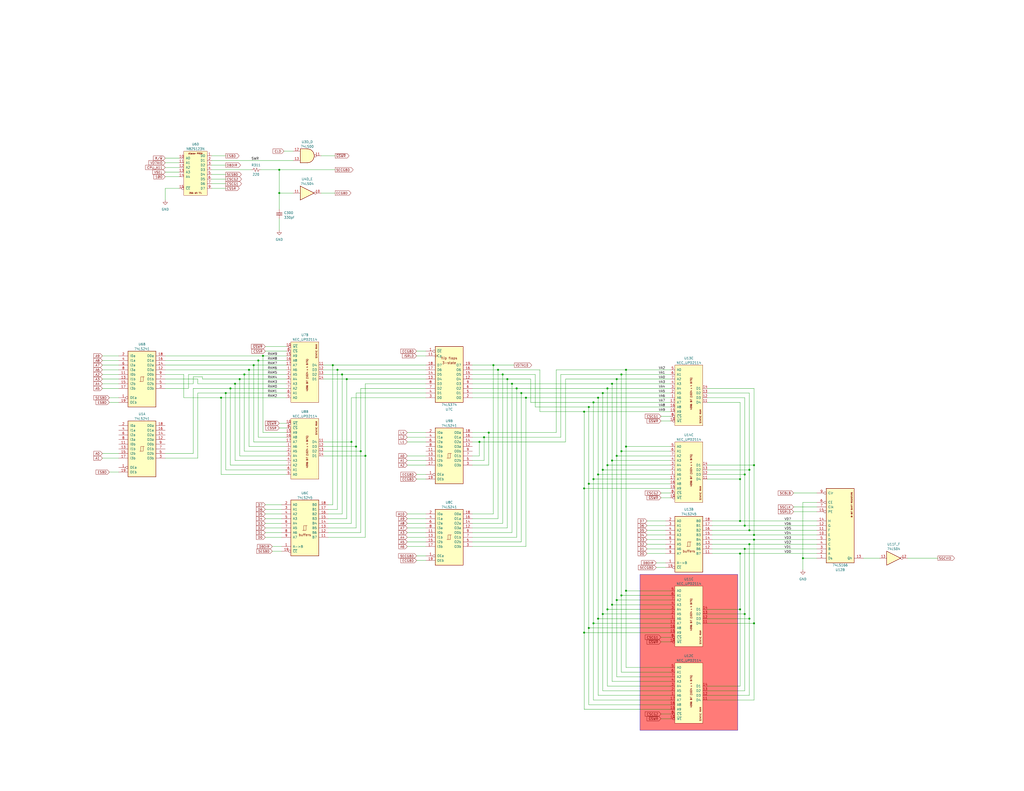
<source format=kicad_sch>
(kicad_sch (version 20231120) (generator "eeschema") (generator_version "8.0")
  (paper "C")
  (title_block (title "Exidy Universal Game Board II") (date "2023-08-31") (company "Anton Gale") (comment 4 "VIDEO RAM CHARACTER GENERATOR & SHIFT REGISTER"))
  (junction (at 269.24 199.39))
  (junction (at 123.19 214.63))
  (junction (at 321.31 264.16))
  (junction (at 152.4 92.71))
  (junction (at 128.27 209.55))
  (junction (at 408.94 337.82))
  (junction (at 140.97 196.85))
  (junction (at 331.47 212.09))
  (junction (at 326.39 217.17))
  (junction (at 284.48 214.63))
  (junction (at 403.86 284.48))
  (junction (at 261.62 241.3))
  (junction (at 334.01 330.2))
  (junction (at 411.48 294.64))
  (junction (at 438.15 304.8))
  (junction (at 328.93 214.63))
  (junction (at 130.81 207.01))
  (junction (at 199.39 248.92))
  (junction (at 411.48 340.36))
  (junction (at 186.69 204.47))
  (junction (at 266.7 236.22))
  (junction (at 339.09 246.38))
  (junction (at 341.63 243.84))
  (junction (at 274.32 204.47))
  (junction (at 403.86 261.62))
  (junction (at 196.85 246.38))
  (junction (at 403.86 332.74))
  (junction (at 341.63 322.58))
  (junction (at 152.4 105.41))
  (junction (at 281.94 212.09))
  (junction (at 408.94 256.54))
  (junction (at 184.15 201.93))
  (junction (at 403.86 302.26))
  (junction (at 191.77 241.3))
  (junction (at 323.85 261.62))
  (junction (at 334.01 209.55))
  (junction (at 323.85 340.36))
  (junction (at 326.39 337.82))
  (junction (at 326.39 259.08))
  (junction (at 406.4 299.72))
  (junction (at 408.94 289.56))
  (junction (at 318.77 266.7))
  (junction (at 135.89 201.93))
  (junction (at 406.4 335.28))
  (junction (at 336.55 207.01))
  (junction (at 336.55 327.66))
  (junction (at 328.93 335.28))
  (junction (at 406.4 259.08))
  (junction (at 323.85 219.71))
  (junction (at 143.51 194.31))
  (junction (at 331.47 254))
  (junction (at 408.94 297.18))
  (junction (at 341.63 201.93))
  (junction (at 271.78 201.93))
  (junction (at 318.77 224.79))
  (junction (at 189.23 207.01))
  (junction (at 411.48 254))
  (junction (at 411.48 292.1))
  (junction (at 194.31 243.84))
  (junction (at 328.93 256.54))
  (junction (at 181.61 199.39))
  (junction (at 331.47 332.74))
  (junction (at 264.16 238.76))
  (junction (at 279.4 209.55))
  (junction (at 276.86 207.01))
  (junction (at 125.73 212.09))
  (junction (at 406.4 287.02))
  (junction (at 287.02 217.17))
  (junction (at 120.65 217.17))
  (junction (at 318.77 345.44))
  (junction (at 334.01 251.46))
  (junction (at 339.09 325.12))
  (junction (at 339.09 204.47))
  (junction (at 321.31 222.25))
  (junction (at 336.55 248.92))
  (junction (at 321.31 342.9))
  (junction (at 138.43 199.39))
  (junction (at 133.35 204.47))
  (wire (pts (xy 406.4 377.19) (xy 406.4 335.28)))
  (wire (pts (xy 365.76 332.74) (xy 331.47 332.74)))
  (wire (pts (xy 403.86 302.26) (xy 403.86 332.74)))
  (wire (pts (xy 406.4 217.17) (xy 406.4 259.08)))
  (wire (pts (xy 341.63 322.58) (xy 341.63 243.84)))
  (wire (pts (xy 406.4 299.72) (xy 406.4 335.28)))
  (wire (pts (xy 222.25 280.67) (xy 232.41 280.67)))
  (wire (pts (xy 144.78 275.59) (xy 153.67 275.59)))
  (wire (pts (xy 160.02 105.41) (xy 152.4 105.41)))
  (wire (pts (xy 334.01 330.2) (xy 334.01 251.46)))
  (wire (pts (xy 156.21 243.84) (xy 135.89 243.84)))
  (wire (pts (xy 328.93 214.63) (xy 365.76 214.63)))
  (wire (pts (xy 438.15 304.8) (xy 438.15 311.15)))
  (wire (pts (xy 144.78 191.77) (xy 156.21 191.77)))
  (wire (pts (xy 284.48 295.91) (xy 284.48 214.63)))
  (wire (pts (xy 222.25 238.76) (xy 232.41 238.76)))
  (wire (pts (xy 130.81 207.01) (xy 156.21 207.01)))
  (wire (pts (xy 107.95 214.63) (xy 123.19 214.63)))
  (wire (pts (xy 55.88 201.93) (xy 64.77 201.93)))
  (wire (pts (xy 323.85 382.27) (xy 323.85 340.36)))
  (wire (pts (xy 257.81 254) (xy 266.7 254)))
  (wire (pts (xy 227.33 303.53) (xy 232.41 303.53)))
  (wire (pts (xy 120.65 259.08) (xy 120.65 217.17)))
  (wire (pts (xy 184.15 201.93) (xy 232.41 201.93)))
  (wire (pts (xy 59.69 219.71) (xy 64.77 219.71)))
  (wire (pts (xy 279.4 290.83) (xy 279.4 209.55)))
  (wire (pts (xy 281.94 212.09) (xy 331.47 212.09)))
  (wire (pts (xy 181.61 199.39) (xy 232.41 199.39)))
  (wire (pts (xy 189.23 283.21) (xy 189.23 207.01)))
  (wire (pts (xy 471.17 304.8) (xy 480.06 304.8)))
  (wire (pts (xy 176.53 246.38) (xy 196.85 246.38)))
  (wire (pts (xy 365.76 382.27) (xy 323.85 382.27)))
  (wire (pts (xy 222.25 293.37) (xy 232.41 293.37)))
  (wire (pts (xy 144.78 288.29) (xy 153.67 288.29)))
  (wire (pts (xy 222.25 288.29) (xy 232.41 288.29)))
  (wire (pts (xy 353.06 284.48) (xy 363.22 284.48)))
  (wire (pts (xy 406.4 287.02) (xy 445.77 287.02)))
  (wire (pts (xy 257.81 280.67) (xy 269.24 280.67)))
  (wire (pts (xy 365.76 369.57) (xy 336.55 369.57)))
  (wire (pts (xy 386.08 379.73) (xy 408.94 379.73)))
  (wire (pts (xy 90.17 96.52) (xy 97.79 96.52)))
  (wire (pts (xy 179.07 275.59) (xy 181.61 275.59)))
  (wire (pts (xy 321.31 384.81) (xy 321.31 342.9)))
  (wire (pts (xy 386.08 377.19) (xy 406.4 377.19)))
  (wire (pts (xy 365.76 254) (xy 331.47 254)))
  (wire (pts (xy 353.06 297.18) (xy 363.22 297.18)))
  (wire (pts (xy 386.08 340.36) (xy 411.48 340.36)))
  (wire (pts (xy 125.73 212.09) (xy 156.21 212.09)))
  (wire (pts (xy 411.48 254) (xy 411.48 292.1)))
  (wire (pts (xy 365.76 372.11) (xy 334.01 372.11)))
  (wire (pts (xy 135.89 201.93) (xy 156.21 201.93)))
  (wire (pts (xy 365.76 345.44) (xy 318.77 345.44)))
  (wire (pts (xy 336.55 327.66) (xy 336.55 248.92)))
  (wire (pts (xy 323.85 340.36) (xy 323.85 261.62)))
  (wire (pts (xy 406.4 259.08) (xy 406.4 287.02)))
  (wire (pts (xy 365.76 367.03) (xy 339.09 367.03)))
  (wire (pts (xy 90.17 199.39) (xy 138.43 199.39)))
  (wire (pts (xy 156.21 246.38) (xy 133.35 246.38)))
  (wire (pts (xy 365.76 337.82) (xy 326.39 337.82)))
  (wire (pts (xy 227.33 306.07) (xy 232.41 306.07)))
  (wire (pts (xy 386.08 337.82) (xy 408.94 337.82)))
  (wire (pts (xy 365.76 322.58) (xy 341.63 322.58)))
  (wire (pts (xy 271.78 283.21) (xy 271.78 201.93)))
  (wire (pts (xy 321.31 264.16) (xy 321.31 222.25)))
  (wire (pts (xy 264.16 238.76) (xy 306.07 238.76)))
  (wire (pts (xy 388.62 294.64) (xy 411.48 294.64)))
  (wire (pts (xy 97.79 91.44) (xy 90.17 91.44)))
  (wire (pts (xy 90.17 209.55) (xy 105.41 209.55)))
  (wire (pts (xy 287.02 217.17) (xy 326.39 217.17)))
  (wire (pts (xy 353.06 292.1) (xy 363.22 292.1)))
  (wire (pts (xy 125.73 254) (xy 125.73 212.09)))
  (wire (pts (xy 264.16 251.46) (xy 264.16 238.76)))
  (wire (pts (xy 148.59 300.99) (xy 153.67 300.99)))
  (wire (pts (xy 152.4 231.14) (xy 156.21 231.14)))
  (wire (pts (xy 386.08 212.09) (xy 411.48 212.09)))
  (wire (pts (xy 115.57 102.87) (xy 123.19 102.87)))
  (wire (pts (xy 365.76 330.2) (xy 334.01 330.2)))
  (wire (pts (xy 128.27 251.46) (xy 128.27 209.55)))
  (wire (pts (xy 179.07 280.67) (xy 186.69 280.67)))
  (wire (pts (xy 257.81 209.55) (xy 279.4 209.55)))
  (wire (pts (xy 339.09 325.12) (xy 339.09 246.38)))
  (wire (pts (xy 55.88 204.47) (xy 64.77 204.47)))
  (wire (pts (xy 105.41 205.74) (xy 110.49 205.74)))
  (wire (pts (xy 257.81 214.63) (xy 284.48 214.63)))
  (wire (pts (xy 388.62 297.18) (xy 408.94 297.18)))
  (wire (pts (xy 123.19 256.54) (xy 123.19 214.63)))
  (wire (pts (xy 128.27 209.55) (xy 156.21 209.55)))
  (wire (pts (xy 194.31 243.84) (xy 194.31 214.63)))
  (wire (pts (xy 281.94 293.37) (xy 281.94 212.09)))
  (wire (pts (xy 154.94 82.55) (xy 160.02 82.55)))
  (wire (pts (xy 115.57 95.25) (xy 123.19 95.25)))
  (wire (pts (xy 386.08 261.62) (xy 403.86 261.62)))
  (wire (pts (xy 90.17 247.65) (xy 105.41 247.65)))
  (wire (pts (xy 156.21 256.54) (xy 123.19 256.54)))
  (wire (pts (xy 222.25 254) (xy 232.41 254)))
  (wire (pts (xy 257.81 201.93) (xy 271.78 201.93)))
  (wire (pts (xy 191.77 241.3) (xy 176.53 241.3)))
  (wire (pts (xy 360.68 227.33) (xy 365.76 227.33)))
  (wire (pts (xy 55.88 199.39) (xy 64.77 199.39)))
  (wire (pts (xy 133.35 204.47) (xy 156.21 204.47)))
  (wire (pts (xy 138.43 199.39) (xy 156.21 199.39)))
  (wire (pts (xy 90.17 196.85) (xy 140.97 196.85)))
  (wire (pts (xy 318.77 224.79) (xy 365.76 224.79)))
  (wire (pts (xy 386.08 335.28) (xy 406.4 335.28)))
  (wire (pts (xy 365.76 264.16) (xy 321.31 264.16)))
  (wire (pts (xy 289.56 207.01) (xy 289.56 219.71)))
  (wire (pts (xy 353.06 302.26) (xy 363.22 302.26)))
  (wire (pts (xy 257.81 241.3) (xy 261.62 241.3)))
  (wire (pts (xy 261.62 248.92) (xy 261.62 241.3)))
  (wire (pts (xy 55.88 207.01) (xy 64.77 207.01)))
  (wire (pts (xy 408.94 297.18) (xy 445.77 297.18)))
  (wire (pts (xy 388.62 302.26) (xy 403.86 302.26)))
  (wire (pts (xy 269.24 199.39) (xy 280.67 199.39)))
  (wire (pts (xy 222.25 298.45) (xy 232.41 298.45)))
  (wire (pts (xy 184.15 278.13) (xy 184.15 201.93)))
  (wire (pts (xy 144.78 283.21) (xy 153.67 283.21)))
  (wire (pts (xy 326.39 259.08) (xy 326.39 217.17)))
  (wire (pts (xy 328.93 256.54) (xy 328.93 214.63)))
  (wire (pts (xy 55.88 196.85) (xy 64.77 196.85)))
  (wire (pts (xy 411.48 212.09) (xy 411.48 254)))
  (wire (pts (xy 110.49 205.74) (xy 110.49 207.01)))
  (wire (pts (xy 115.57 92.71) (xy 137.16 92.71)))
  (wire (pts (xy 294.64 224.79) (xy 294.64 201.93)))
  (wire (pts (xy 257.81 212.09) (xy 281.94 212.09)))
  (wire (pts (xy 181.61 275.59) (xy 181.61 199.39)))
  (wire (pts (xy 222.25 295.91) (xy 232.41 295.91)))
  (wire (pts (xy 199.39 209.55) (xy 232.41 209.55)))
  (wire (pts (xy 55.88 247.65) (xy 64.77 247.65)))
  (wire (pts (xy 257.81 295.91) (xy 284.48 295.91)))
  (wire (pts (xy 144.78 290.83) (xy 153.67 290.83)))
  (wire (pts (xy 386.08 332.74) (xy 403.86 332.74)))
  (wire (pts (xy 358.14 309.88) (xy 363.22 309.88)))
  (wire (pts (xy 360.68 229.87) (xy 365.76 229.87)))
  (wire (pts (xy 176.53 248.92) (xy 199.39 248.92)))
  (wire (pts (xy 388.62 292.1) (xy 411.48 292.1)))
  (wire (pts (xy 334.01 372.11) (xy 334.01 330.2)))
  (wire (pts (xy 341.63 201.93) (xy 365.76 201.93)))
  (wire (pts (xy 133.35 246.38) (xy 133.35 204.47)))
  (wire (pts (xy 156.21 254) (xy 125.73 254)))
  (wire (pts (xy 360.68 392.43) (xy 365.76 392.43)))
  (wire (pts (xy 386.08 256.54) (xy 408.94 256.54)))
  (wire (pts (xy 411.48 292.1) (xy 445.77 292.1)))
  (wire (pts (xy 257.81 290.83) (xy 279.4 290.83)))
  (wire (pts (xy 257.81 207.01) (xy 276.86 207.01)))
  (wire (pts (xy 403.86 219.71) (xy 403.86 261.62)))
  (wire (pts (xy 433.07 276.86) (xy 445.77 276.86)))
  (wire (pts (xy 189.23 207.01) (xy 232.41 207.01)))
  (wire (pts (xy 331.47 212.09) (xy 365.76 212.09)))
  (wire (pts (xy 365.76 251.46) (xy 334.01 251.46)))
  (wire (pts (xy 179.07 283.21) (xy 189.23 283.21)))
  (wire (pts (xy 55.88 194.31) (xy 64.77 194.31)))
  (wire (pts (xy 341.63 364.49) (xy 341.63 322.58)))
  (wire (pts (xy 90.17 204.47) (xy 100.33 204.47)))
  (wire (pts (xy 257.81 251.46) (xy 264.16 251.46)))
  (wire (pts (xy 140.97 196.85) (xy 156.21 196.85)))
  (wire (pts (xy 308.61 241.3) (xy 308.61 207.01)))
  (wire (pts (xy 115.57 100.33) (xy 123.19 100.33)))
  (wire (pts (xy 135.89 201.93) (xy 135.89 243.84)))
  (wire (pts (xy 90.17 102.87) (xy 97.79 102.87)))
  (wire (pts (xy 261.62 241.3) (xy 308.61 241.3)))
  (wire (pts (xy 386.08 217.17) (xy 406.4 217.17)))
  (wire (pts (xy 100.33 217.17) (xy 120.65 217.17)))
  (wire (pts (xy 257.81 238.76) (xy 264.16 238.76)))
  (wire (pts (xy 403.86 284.48) (xy 445.77 284.48)))
  (wire (pts (xy 222.25 236.22) (xy 232.41 236.22)))
  (wire (pts (xy 294.64 201.93) (xy 271.78 201.93)))
  (wire (pts (xy 97.79 93.98) (xy 90.17 93.98)))
  (wire (pts (xy 318.77 387.35) (xy 318.77 345.44)))
  (wire (pts (xy 411.48 294.64) (xy 411.48 340.36)))
  (wire (pts (xy 289.56 219.71) (xy 323.85 219.71)))
  (wire (pts (xy 199.39 293.37) (xy 199.39 248.92)))
  (wire (pts (xy 318.77 345.44) (xy 318.77 266.7)))
  (wire (pts (xy 186.69 204.47) (xy 232.41 204.47)))
  (wire (pts (xy 115.57 85.09) (xy 123.19 85.09)))
  (wire (pts (xy 269.24 199.39) (xy 269.24 280.67)))
  (wire (pts (xy 365.76 335.28) (xy 328.93 335.28)))
  (wire (pts (xy 341.63 243.84) (xy 341.63 201.93)))
  (wire (pts (xy 257.81 285.75) (xy 274.32 285.75)))
  (wire (pts (xy 276.86 207.01) (xy 289.56 207.01)))
  (wire (pts (xy 360.68 347.98) (xy 365.76 347.98)))
  (wire (pts (xy 100.33 204.47) (xy 100.33 217.17)))
  (wire (pts (xy 318.77 266.7) (xy 318.77 224.79)))
  (wire (pts (xy 105.41 247.65) (xy 105.41 212.09)))
  (wire (pts (xy 365.76 248.92) (xy 336.55 248.92)))
  (wire (pts (xy 257.81 248.92) (xy 261.62 248.92)))
  (wire (pts (xy 152.4 105.41) (xy 152.4 114.3)))
  (wire (pts (xy 353.06 294.64) (xy 363.22 294.64)))
  (wire (pts (xy 130.81 248.92) (xy 130.81 207.01)))
  (wire (pts (xy 386.08 382.27) (xy 411.48 382.27)))
  (wire (pts (xy 222.25 251.46) (xy 232.41 251.46)))
  (wire (pts (xy 445.77 274.32) (xy 438.15 274.32)))
  (wire (pts (xy 365.76 243.84) (xy 341.63 243.84)))
  (wire (pts (xy 411.48 382.27) (xy 411.48 340.36)))
  (wire (pts (xy 279.4 209.55) (xy 334.01 209.55)))
  (wire (pts (xy 339.09 367.03) (xy 339.09 325.12)))
  (wire (pts (xy 107.95 209.55) (xy 128.27 209.55)))
  (wire (pts (xy 257.81 288.29) (xy 276.86 288.29)))
  (wire (pts (xy 227.33 191.77) (xy 232.41 191.77)))
  (wire (pts (xy 143.51 194.31) (xy 156.21 194.31)))
  (wire (pts (xy 292.1 222.25) (xy 321.31 222.25)))
  (wire (pts (xy 408.94 297.18) (xy 408.94 337.82)))
  (wire (pts (xy 438.15 274.32) (xy 438.15 304.8)))
  (wire (pts (xy 90.17 194.31) (xy 143.51 194.31)))
  (wire (pts (xy 142.24 92.71) (xy 152.4 92.71)))
  (wire (pts (xy 408.94 214.63) (xy 408.94 256.54)))
  (wire (pts (xy 152.4 119.38) (xy 152.4 125.73)))
  (wire (pts (xy 222.25 241.3) (xy 232.41 241.3)))
  (wire (pts (xy 227.33 259.08) (xy 232.41 259.08)))
  (wire (pts (xy 90.17 207.01) (xy 107.95 207.01)))
  (wire (pts (xy 152.4 233.68) (xy 156.21 233.68)))
  (wire (pts (xy 144.78 278.13) (xy 153.67 278.13)))
  (wire (pts (xy 175.26 105.41) (xy 182.88 105.41)))
  (wire (pts (xy 388.62 289.56) (xy 408.94 289.56)))
  (wire (pts (xy 336.55 369.57) (xy 336.55 327.66)))
  (wire (pts (xy 257.81 236.22) (xy 266.7 236.22)))
  (wire (pts (xy 176.53 204.47) (xy 186.69 204.47)))
  (wire (pts (xy 266.7 236.22) (xy 303.53 236.22)))
  (wire (pts (xy 90.17 250.19) (xy 107.95 250.19)))
  (wire (pts (xy 360.68 350.52) (xy 365.76 350.52)))
  (wire (pts (xy 274.32 204.47) (xy 257.81 204.47)))
  (wire (pts (xy 388.62 287.02) (xy 406.4 287.02)))
  (wire (pts (xy 115.57 90.17) (xy 123.19 90.17)))
  (wire (pts (xy 403.86 374.65) (xy 403.86 332.74)))
  (wire (pts (xy 408.94 256.54) (xy 408.94 289.56)))
  (wire (pts (xy 179.07 278.13) (xy 184.15 278.13)))
  (wire (pts (xy 365.76 384.81) (xy 321.31 384.81)))
  (wire (pts (xy 156.21 251.46) (xy 128.27 251.46)))
  (wire (pts (xy 55.88 209.55) (xy 64.77 209.55)))
  (wire (pts (xy 365.76 342.9) (xy 321.31 342.9)))
  (wire (pts (xy 321.31 342.9) (xy 321.31 264.16)))
  (wire (pts (xy 386.08 254) (xy 411.48 254)))
  (wire (pts (xy 331.47 254) (xy 331.47 212.09)))
  (wire (pts (xy 156.21 248.92) (xy 130.81 248.92)))
  (wire (pts (xy 292.1 204.47) (xy 274.32 204.47)))
  (wire (pts (xy 102.87 204.47) (xy 133.35 204.47)))
  (wire (pts (xy 144.78 189.23) (xy 156.21 189.23)))
  (wire (pts (xy 328.93 335.28) (xy 328.93 256.54)))
  (wire (pts (xy 365.76 325.12) (xy 339.09 325.12)))
  (wire (pts (xy 365.76 374.65) (xy 331.47 374.65)))
  (wire (pts (xy 59.69 257.81) (xy 64.77 257.81)))
  (wire (pts (xy 232.41 217.17) (xy 191.77 217.17)))
  (wire (pts (xy 386.08 219.71) (xy 403.86 219.71)))
  (wire (pts (xy 365.76 261.62) (xy 323.85 261.62)))
  (wire (pts (xy 222.25 248.92) (xy 232.41 248.92)))
  (wire (pts (xy 179.07 285.75) (xy 191.77 285.75)))
  (wire (pts (xy 138.43 241.3) (xy 138.43 199.39)))
  (wire (pts (xy 143.51 236.22) (xy 143.51 194.31)))
  (wire (pts (xy 179.07 290.83) (xy 196.85 290.83)))
  (wire (pts (xy 406.4 299.72) (xy 445.77 299.72)))
  (wire (pts (xy 388.62 284.48) (xy 403.86 284.48)))
  (wire (pts (xy 334.01 209.55) (xy 365.76 209.55)))
  (wire (pts (xy 365.76 246.38) (xy 339.09 246.38)))
  (wire (pts (xy 222.25 283.21) (xy 232.41 283.21)))
  (wire (pts (xy 191.77 285.75) (xy 191.77 241.3)))
  (wire (pts (xy 115.57 97.79) (xy 123.19 97.79)))
  (wire (pts (xy 386.08 259.08) (xy 406.4 259.08)))
  (wire (pts (xy 388.62 299.72) (xy 406.4 299.72)))
  (wire (pts (xy 303.53 201.93) (xy 341.63 201.93)))
  (wire (pts (xy 110.49 207.01) (xy 130.81 207.01)))
  (wire (pts (xy 353.06 299.72) (xy 363.22 299.72)))
  (wire (pts (xy 360.68 271.78) (xy 365.76 271.78)))
  (wire (pts (xy 90.17 212.09) (xy 102.87 212.09)))
  (wire (pts (xy 408.94 379.73) (xy 408.94 337.82)))
  (wire (pts (xy 194.31 288.29) (xy 194.31 243.84)))
  (wire (pts (xy 257.81 298.45) (xy 287.02 298.45)))
  (wire (pts (xy 331.47 332.74) (xy 331.47 254)))
  (wire (pts (xy 102.87 212.09) (xy 102.87 204.47)))
  (wire (pts (xy 97.79 88.9) (xy 90.17 88.9)))
  (wire (pts (xy 334.01 251.46) (xy 334.01 209.55)))
  (wire (pts (xy 199.39 248.92) (xy 199.39 209.55)))
  (wire (pts (xy 176.53 199.39) (xy 181.61 199.39)))
  (wire (pts (xy 59.69 217.17) (xy 64.77 217.17)))
  (wire (pts (xy 308.61 207.01) (xy 336.55 207.01)))
  (wire (pts (xy 360.68 269.24) (xy 365.76 269.24)))
  (wire (pts (xy 336.55 207.01) (xy 365.76 207.01)))
  (wire (pts (xy 411.48 294.64) (xy 445.77 294.64)))
  (wire (pts (xy 365.76 379.73) (xy 326.39 379.73)))
  (wire (pts (xy 152.4 92.71) (xy 182.88 92.71)))
  (wire (pts (xy 353.06 289.56) (xy 363.22 289.56)))
  (wire (pts (xy 445.77 304.8) (xy 438.15 304.8)))
  (wire (pts (xy 266.7 254) (xy 266.7 236.22)))
  (wire (pts (xy 365.76 259.08) (xy 326.39 259.08)))
  (wire (pts (xy 386.08 214.63) (xy 408.94 214.63)))
  (wire (pts (xy 55.88 212.09) (xy 64.77 212.09)))
  (wire (pts (xy 495.3 304.8) (xy 511.81 304.8)))
  (wire (pts (xy 339.09 204.47) (xy 365.76 204.47)))
  (wire (pts (xy 274.32 285.75) (xy 274.32 204.47)))
  (wire (pts (xy 144.78 280.67) (xy 153.67 280.67)))
  (wire (pts (xy 257.81 199.39) (xy 269.24 199.39)))
  (wire (pts (xy 156.21 236.22) (xy 143.51 236.22)))
  (wire (pts (xy 403.86 261.62) (xy 403.86 284.48)))
  (wire (pts (xy 365.76 387.35) (xy 318.77 387.35)))
  (wire (pts (xy 287.02 298.45) (xy 287.02 217.17)))
  (wire (pts (xy 257.81 293.37) (xy 281.94 293.37)))
  (wire (pts (xy 176.53 243.84) (xy 194.31 243.84)))
  (wire (pts (xy 97.79 86.36) (xy 90.17 86.36)))
  (wire (pts (xy 107.95 250.19) (xy 107.95 214.63)))
  (wire (pts (xy 123.19 214.63) (xy 156.21 214.63)))
  (wire (pts (xy 179.07 293.37) (xy 199.39 293.37)))
  (wire (pts (xy 257.81 283.21) (xy 271.78 283.21)))
  (wire (pts (xy 120.65 217.17) (xy 156.21 217.17)))
  (wire (pts (xy 222.25 285.75) (xy 232.41 285.75)))
  (wire (pts (xy 196.85 246.38) (xy 196.85 212.09)))
  (wire (pts (xy 55.88 250.19) (xy 64.77 250.19)))
  (wire (pts (xy 326.39 379.73) (xy 326.39 337.82)))
  (wire (pts (xy 360.68 389.89) (xy 365.76 389.89)))
  (wire (pts (xy 433.07 279.4) (xy 445.77 279.4)))
  (wire (pts (xy 148.59 298.45) (xy 153.67 298.45)))
  (wire (pts (xy 179.07 288.29) (xy 194.31 288.29)))
  (wire (pts (xy 328.93 377.19) (xy 328.93 335.28)))
  (wire (pts (xy 175.26 85.09) (xy 182.88 85.09)))
  (wire (pts (xy 196.85 212.09) (xy 232.41 212.09)))
  (wire (pts (xy 115.57 87.63) (xy 160.02 87.63)))
  (wire (pts (xy 323.85 261.62) (xy 323.85 219.71)))
  (wire (pts (xy 107.95 207.01) (xy 107.95 209.55)))
  (wire (pts (xy 257.81 217.17) (xy 287.02 217.17)))
  (wire (pts (xy 306.07 238.76) (xy 306.07 204.47)))
  (wire (pts (xy 284.48 214.63) (xy 328.93 214.63)))
  (wire (pts (xy 365.76 364.49) (xy 341.63 364.49)))
  (wire (pts (xy 365.76 266.7) (xy 318.77 266.7)))
  (wire (pts (xy 365.76 327.66) (xy 336.55 327.66)))
  (wire (pts (xy 433.07 269.24) (xy 445.77 269.24)))
  (wire (pts (xy 326.39 337.82) (xy 326.39 259.08)))
  (wire (pts (xy 403.86 302.26) (xy 445.77 302.26)))
  (wire (pts (xy 140.97 238.76) (xy 140.97 196.85)))
  (wire (pts (xy 194.31 214.63) (xy 232.41 214.63)))
  (wire (pts (xy 326.39 217.17) (xy 365.76 217.17)))
  (wire (pts (xy 386.08 374.65) (xy 403.86 374.65)))
  (wire (pts (xy 156.21 259.08) (xy 120.65 259.08)))
  (wire (pts (xy 105.41 212.09) (xy 125.73 212.09)))
  (wire (pts (xy 227.33 261.62) (xy 232.41 261.62)))
  (wire (pts (xy 227.33 194.31) (xy 232.41 194.31)))
  (wire (pts (xy 353.06 287.02) (xy 363.22 287.02)))
  (wire (pts (xy 191.77 217.17) (xy 191.77 241.3)))
  (wire (pts (xy 323.85 219.71) (xy 365.76 219.71)))
  (wire (pts (xy 365.76 377.19) (xy 328.93 377.19)))
  (wire (pts (xy 176.53 201.93) (xy 184.15 201.93)))
  (wire (pts (xy 358.14 307.34) (xy 363.22 307.34)))
  (wire (pts (xy 144.78 285.75) (xy 153.67 285.75)))
  (wire (pts (xy 339.09 246.38) (xy 339.09 204.47)))
  (wire (pts (xy 90.17 201.93) (xy 135.89 201.93)))
  (wire (pts (xy 321.31 222.25) (xy 365.76 222.25)))
  (wire (pts (xy 336.55 207.01) (xy 336.55 248.92)))
  (wire (pts (xy 365.76 256.54) (xy 328.93 256.54)))
  (wire (pts (xy 276.86 288.29) (xy 276.86 207.01)))
  (wire (pts (xy 196.85 290.83) (xy 196.85 246.38)))
  (wire (pts (xy 156.21 241.3) (xy 138.43 241.3)))
  (wire (pts (xy 306.07 204.47) (xy 339.09 204.47)))
  (wire (pts (xy 408.94 289.56) (xy 445.77 289.56)))
  (wire (pts (xy 365.76 340.36) (xy 323.85 340.36)))
  (wire (pts (xy 292.1 222.25) (xy 292.1 204.47)))
  (wire (pts (xy 294.64 224.79) (xy 318.77 224.79)))
  (wire (pts (xy 222.25 290.83) (xy 232.41 290.83)))
  (wire (pts (xy 152.4 105.41) (xy 152.4 92.71)))
  (wire (pts (xy 90.17 102.87) (xy 90.17 109.22)))
  (wire (pts (xy 186.69 280.67) (xy 186.69 204.47)))
  (wire (pts (xy 144.78 293.37) (xy 153.67 293.37)))
  (wire (pts (xy 303.53 236.22) (xy 303.53 201.93)))
  (wire (pts (xy 156.21 238.76) (xy 140.97 238.76)))
  (wire (pts (xy 331.47 374.65) (xy 331.47 332.74)))
  (wire (pts (xy 105.41 209.55) (xy 105.41 205.74)))
  (wire (pts (xy 176.53 207.01) (xy 189.23 207.01)))
  (rectangle (start 349.25 313.69) (end 402.59 398.78) (fill (type color) (color 255 41 36 0.61)))
  (label "VD5" (at 428.0328 289.56 0))
  (label "VD2" (at 427.99 297.18 0))
  (label "VA6" (at 359.41 217.17 0))
  (label "VA8" (at 359.41 222.25 0))
  (label "RAM6" (at 146.05 201.93 0))
  (label "VA4" (at 359.41 212.09 0))
  (label "VA7" (at 359.41 219.71 0))
  (label "RAM0" (at 146.05 212.09 0))
  (label "VA0" (at 359.41 207.01 0))
  (label "RAM8" (at 146.05 196.85 0))
  (label "VA2" (at 359.41 201.93 0))
  (label "VD0" (at 427.99 302.26 0))
  (label "VD1" (at 427.99 299.72 0))
  (label "RAM7" (at 146.05 199.39 0))
  (label "VD3" (at 427.99 294.64 0))
  (label "SWR" (at 137.16 87.63 0))
  (label "VA3" (at 359.41 209.55 0))
  (label "RAM4" (at 146.05 207.01 0))
  (label "RAM3" (at 146.05 209.55 0))
  (label "VA5" (at 359.41 214.63 0))
  (label "RAM1" (at 146.05 214.63 0))
  (label "RAM5" (at 146.05 204.47 0))
  (label "VA9" (at 359.41 224.79 0))
  (label "RAM2" (at 146.05 217.17 0))
  (label "VD6" (at 427.99 287.02 0))
  (label "VD7" (at 427.99 284.48 0))
  (label "VA1" (at 359.41 204.47 0))
  (label "VD4" (at 427.99 292.1 0))
  (label "RAM9" (at 146.05 194.31 0))
  (global_label "ECGBD" (shape input) (at 227.33 259.08 180) (property "Intersheetrefs" "${INTERSHEET_REFS}" (effects (hide yes))))
  (global_label "A1" (shape input) (at 222.25 251.46 180) (property "Intersheetrefs" "${INTERSHEET_REFS}" (effects (hide yes))))
  (global_label "5ECGBD" (shape input) (at 227.33 303.53 180) (property "Intersheetrefs" "${INTERSHEET_REFS}" (effects (hide yes))))
  (global_label "R{slash}~{W}" (shape input) (at 90.17 86.36 180) (property "Intersheetrefs" "${INTERSHEET_REFS}" (effects (hide yes))))
  (global_label "A4" (shape input) (at 55.88 209.55 180) (property "Intersheetrefs" "${INTERSHEET_REFS}" (effects (hide yes))))
  (global_label "5ESBD" (shape output) (at 123.19 95.25 0) (property "Intersheetrefs" "${INTERSHEET_REFS}" (effects (hide yes))))
  (global_label "5ECGBD" (shape output) (at 182.88 92.71 0) (property "Intersheetrefs" "${INTERSHEET_REFS}" (effects (hide yes))))
  (global_label "A4" (shape input) (at 222.25 293.37 180) (property "Intersheetrefs" "${INTERSHEET_REFS}" (effects (hide yes))))
  (global_label "ESBD" (shape input) (at 59.69 257.81 180) (property "Intersheetrefs" "${INTERSHEET_REFS}" (effects (hide yes))))
  (global_label "D3" (shape input) (at 353.06 294.64 180) (property "Intersheetrefs" "${INTERSHEET_REFS}" (effects (hide yes))))
  (global_label "D4" (shape input) (at 353.06 292.1 180) (property "Intersheetrefs" "${INTERSHEET_REFS}" (effects (hide yes))))
  (global_label "ESBD" (shape input) (at 59.69 219.71 180) (property "Intersheetrefs" "${INTERSHEET_REFS}" (effects (hide yes))))
  (global_label "DBDIR" (shape output) (at 123.19 90.17 0) (property "Intersheetrefs" "${INTERSHEET_REFS}" (effects (hide yes))))
  (global_label "A7" (shape input) (at 222.25 288.29 180) (property "Intersheetrefs" "${INTERSHEET_REFS}" (effects (hide yes))))
  (global_label "CPU_A11" (shape input) (at 90.17 91.44 180) (property "Intersheetrefs" "${INTERSHEET_REFS}" (effects (hide yes))))
  (global_label "A2" (shape input) (at 222.25 254 180) (property "Intersheetrefs" "${INTERSHEET_REFS}" (effects (hide yes))))
  (global_label "A1" (shape input) (at 55.88 250.19 180) (property "Intersheetrefs" "${INTERSHEET_REFS}" (effects (hide yes))))
  (global_label "D6" (shape input) (at 144.78 278.13 180) (property "Intersheetrefs" "${INTERSHEET_REFS}" (effects (hide yes))))
  (global_label "D2" (shape input) (at 144.78 288.29 180) (property "Intersheetrefs" "${INTERSHEET_REFS}" (effects (hide yes))))
  (global_label "~{GSWR}" (shape input) (at 360.68 271.78 180) (property "Intersheetrefs" "${INTERSHEET_REFS}" (effects (hide yes))))
  (global_label "A9" (shape input) (at 222.25 283.21 180) (property "Intersheetrefs" "${INTERSHEET_REFS}" (effects (hide yes))))
  (global_label "L1" (shape input) (at 222.25 241.3 180) (property "Intersheetrefs" "${INTERSHEET_REFS}" (effects (hide yes))))
  (global_label "A0" (shape input) (at 222.25 248.92 180) (property "Intersheetrefs" "${INTERSHEET_REFS}" (effects (hide yes))))
  (global_label "CSSR" (shape input) (at 152.4 233.68 180) (property "Intersheetrefs" "${INTERSHEET_REFS}" (effects (hide yes))))
  (global_label "~{GSWR}" (shape input) (at 360.68 229.87 180) (property "Intersheetrefs" "${INTERSHEET_REFS}" (effects (hide yes))))
  (global_label "D4" (shape input) (at 144.78 283.21 180) (property "Intersheetrefs" "${INTERSHEET_REFS}" (effects (hide yes))))
  (global_label "5SCLK" (shape input) (at 433.07 276.86 180) (property "Intersheetrefs" "${INTERSHEET_REFS}" (effects (hide yes))))
  (global_label "~{GSWR}" (shape input) (at 360.68 350.52 180) (property "Intersheetrefs" "${INTERSHEET_REFS}" (effects (hide yes))))
  (global_label "5ESBD" (shape input) (at 59.69 217.17 180) (property "Intersheetrefs" "${INTERSHEET_REFS}" (effects (hide yes))))
  (global_label "CSSR" (shape output) (at 123.19 102.87 0) (property "Intersheetrefs" "${INTERSHEET_REFS}" (effects (hide yes))))
  (global_label "5SRLD" (shape input) (at 433.07 279.4 180) (property "Intersheetrefs" "${INTERSHEET_REFS}" (effects (hide yes))))
  (global_label "5ESBD" (shape input) (at 148.59 300.99 180) (property "Intersheetrefs" "${INTERSHEET_REFS}" (effects (hide yes))))
  (global_label "ECGBD" (shape input) (at 227.33 191.77 180) (property "Intersheetrefs" "${INTERSHEET_REFS}" (effects (hide yes))))
  (global_label "A9" (shape input) (at 55.88 194.31 180) (property "Intersheetrefs" "${INTERSHEET_REFS}" (effects (hide yes))))
  (global_label "~{GSWR}" (shape input) (at 360.68 392.43 180) (property "Intersheetrefs" "${INTERSHEET_REFS}" (effects (hide yes))))
  (global_label "D2" (shape input) (at 353.06 297.18 180) (property "Intersheetrefs" "${INTERSHEET_REFS}" (effects (hide yes))))
  (global_label "~{GSWR}" (shape input) (at 152.4 231.14 180) (property "Intersheetrefs" "${INTERSHEET_REFS}" (effects (hide yes))))
  (global_label "ISRLD" (shape input) (at 227.33 194.31 180) (property "Intersheetrefs" "${INTERSHEET_REFS}" (effects (hide yes))))
  (global_label "DBDIR" (shape input) (at 148.59 298.45 180) (property "Intersheetrefs" "${INTERSHEET_REFS}" (effects (hide yes))))
  (global_label "VD7A10" (shape output) (at 280.67 199.39 0) (property "Intersheetrefs" "${INTERSHEET_REFS}" (effects (hide yes))))
  (global_label "VD7AIO" (shape input) (at 90.17 88.9 180) (property "Intersheetrefs" "${INTERSHEET_REFS}" (effects (hide yes))))
  (global_label "~{GSWR}" (shape output) (at 182.88 85.09 0) (property "Intersheetrefs" "${INTERSHEET_REFS}" (effects (hide yes))))
  (global_label "D1" (shape input) (at 144.78 290.83 180) (property "Intersheetrefs" "${INTERSHEET_REFS}" (effects (hide yes))))
  (global_label "CSCG1" (shape input) (at 360.68 347.98 180) (property "Intersheetrefs" "${INTERSHEET_REFS}" (effects (hide yes))))
  (global_label "D7" (shape input) (at 353.06 284.48 180) (property "Intersheetrefs" "${INTERSHEET_REFS}" (effects (hide yes))))
  (global_label "A6" (shape input) (at 55.88 201.93 180) (property "Intersheetrefs" "${INTERSHEET_REFS}" (effects (hide yes))))
  (global_label "A0" (shape input) (at 55.88 247.65 180) (property "Intersheetrefs" "${INTERSHEET_REFS}" (effects (hide yes))))
  (global_label "CSSR" (shape input) (at 144.78 191.77 180) (property "Intersheetrefs" "${INTERSHEET_REFS}" (effects (hide yes))))
  (global_label "CSCG2" (shape input) (at 360.68 389.89 180) (property "Intersheetrefs" "${INTERSHEET_REFS}" (effects (hide yes))))
  (global_label "L4" (shape input) (at 222.25 236.22 180) (property "Intersheetrefs" "${INTERSHEET_REFS}" (effects (hide yes))))
  (global_label "A3" (shape input) (at 222.25 290.83 180) (property "Intersheetrefs" "${INTERSHEET_REFS}" (effects (hide yes))))
  (global_label "CLD" (shape input) (at 154.94 82.55 180) (property "Intersheetrefs" "${INTERSHEET_REFS}" (effects (hide yes))))
  (global_label "5ECGBD" (shape input) (at 358.14 309.88 180) (property "Intersheetrefs" "${INTERSHEET_REFS}" (effects (hide yes))))
  (global_label "D5" (shape input) (at 144.78 280.67 180) (property "Intersheetrefs" "${INTERSHEET_REFS}" (effects (hide yes))))
  (global_label "A8" (shape input) (at 222.25 285.75 180) (property "Intersheetrefs" "${INTERSHEET_REFS}" (effects (hide yes))))
  (global_label "A6" (shape input) (at 222.25 298.45 180) (property "Intersheetrefs" "${INTERSHEET_REFS}" (effects (hide yes))))
  (global_label "D0" (shape input) (at 353.06 302.26 180) (property "Intersheetrefs" "${INTERSHEET_REFS}" (effects (hide yes))))
  (global_label "ECGBD" (shape output) (at 182.88 105.41 0) (property "Intersheetrefs" "${INTERSHEET_REFS}" (effects (hide yes))))
  (global_label "ECGBD" (shape input) (at 227.33 261.62 180) (property "Intersheetrefs" "${INTERSHEET_REFS}" (effects (hide yes))))
  (global_label "SGCVID" (shape output) (at 511.81 304.8 0) (property "Intersheetrefs" "${INTERSHEET_REFS}" (effects (hide yes))))
  (global_label "A5" (shape input) (at 55.88 212.09 180) (property "Intersheetrefs" "${INTERSHEET_REFS}" (effects (hide yes))))
  (global_label "D1" (shape input) (at 353.06 299.72 180) (property "Intersheetrefs" "${INTERSHEET_REFS}" (effects (hide yes))))
  (global_label "D3" (shape input) (at 144.78 285.75 180) (property "Intersheetrefs" "${INTERSHEET_REFS}" (effects (hide yes))))
  (global_label "ESBD" (shape output) (at 123.19 85.09 0) (property "Intersheetrefs" "${INTERSHEET_REFS}" (effects (hide yes))))
  (global_label "A3" (shape input) (at 55.88 207.01 180) (property "Intersheetrefs" "${INTERSHEET_REFS}" (effects (hide yes))))
  (global_label "D5" (shape input) (at 353.06 289.56 180) (property "Intersheetrefs" "${INTERSHEET_REFS}" (effects (hide yes))))
  (global_label "A2" (shape input) (at 55.88 204.47 180) (property "Intersheetrefs" "${INTERSHEET_REFS}" (effects (hide yes))))
  (global_label "L2" (shape input) (at 222.25 238.76 180) (property "Intersheetrefs" "${INTERSHEET_REFS}" (effects (hide yes))))
  (global_label "5CBLB" (shape input) (at 433.07 269.24 180) (property "Intersheetrefs" "${INTERSHEET_REFS}" (effects (hide yes))))
  (global_label "CSCG2" (shape input) (at 360.68 269.24 180) (property "Intersheetrefs" "${INTERSHEET_REFS}" (effects (hide yes))))
  (global_label "A5" (shape input) (at 222.25 295.91 180) (property "Intersheetrefs" "${INTERSHEET_REFS}" (effects (hide yes))))
  (global_label "CSCG2" (shape output) (at 123.19 97.79 0) (property "Intersheetrefs" "${INTERSHEET_REFS}" (effects (hide yes))))
  (global_label "D7" (shape input) (at 144.78 275.59 180) (property "Intersheetrefs" "${INTERSHEET_REFS}" (effects (hide yes))))
  (global_label "DBDIR" (shape input) (at 358.14 307.34 180) (property "Intersheetrefs" "${INTERSHEET_REFS}" (effects (hide yes))))
  (global_label "VSEL" (shape input) (at 90.17 93.98 180) (property "Intersheetrefs" "${INTERSHEET_REFS}" (effects (hide yes))))
  (global_label "A10" (shape input) (at 222.25 280.67 180) (property "Intersheetrefs" "${INTERSHEET_REFS}" (effects (hide yes))))
  (global_label "ECGBD" (shape input) (at 227.33 306.07 180) (property "Intersheetrefs" "${INTERSHEET_REFS}" (effects (hide yes))))
  (global_label "A8" (shape input) (at 55.88 196.85 180) (property "Intersheetrefs" "${INTERSHEET_REFS}" (effects (hide yes))))
  (global_label "D0" (shape input) (at 144.78 293.37 180) (property "Intersheetrefs" "${INTERSHEET_REFS}" (effects (hide yes))))
  (global_label "~{GSWR}" (shape input) (at 144.78 189.23 180) (property "Intersheetrefs" "${INTERSHEET_REFS}" (effects (hide yes))))
  (global_label "CSCG1" (shape input) (at 360.68 227.33 180) (property "Intersheetrefs" "${INTERSHEET_REFS}" (effects (hide yes))))
  (global_label "1ØO" (shape input) (at 90.17 96.52 180) (property "Intersheetrefs" "${INTERSHEET_REFS}" (effects (hide yes))))
  (global_label "A7" (shape input) (at 55.88 199.39 180) (property "Intersheetrefs" "${INTERSHEET_REFS}" (effects (hide yes))))
  (global_label "CSCG1" (shape output) (at 123.19 100.33 0) (property "Intersheetrefs" "${INTERSHEET_REFS}" (effects (hide yes))))
  (global_label "D6" (shape input) (at 353.06 287.02 180) (property "Intersheetrefs" "${INTERSHEET_REFS}" (effects (hide yes))))
  (symbol (lib_id "jt74:74LS245") (at 166.37 288.29 0) (unit 1)
    (property "Reference" "U6C" (at 166.37 269.24 0))
    (property "Value" "74LS245" (at 166.37 271.78 0))
    (property "Datasheet" "http://www.ti.com/lit/gpn/sn74LS245" (effects (hide yes)))
  )
  (symbol (lib_id "Nec:NEC_UPD2114") (at 166.37 245.11 0) (mirror x) (unit 1)
    (property "Reference" "U8B" (at 166.37 224.79 0))
    (property "Value" "NEC_UPD2114" (at 166.37 227.33 0))
  )
  (symbol (lib_id "jt74:74LS245") (at 375.92 297.18 0) (unit 1)
    (property "Reference" "U13B" (at 375.92 278.13 0))
    (property "Value" "74LS245" (at 375.92 280.67 0))
    (property "Datasheet" "http://www.ti.com/lit/gpn/sn74LS245" (effects (hide yes)))
  )
  (symbol (lib_id "Device:R_Small_US") (at 139.7 92.71 90) (unit 1)
    (property "Reference" "R311" (at 139.7 90.17 90))
    (property "Value" "220" (at 139.7 95.25 90))
  )
  (symbol (lib_id "jt74:74LS374") (at 245.11 204.47 0) (mirror x) (unit 1)
    (property "Reference" "U7C" (at 245.11 223.52 0))
    (property "Value" "74LS374" (at 245.11 220.98 0))
    (property "Datasheet" "http://www.ti.com/lit/gpn/sn74LS374" (effects (hide yes)))
  )
  (symbol (lib_name "74LS241_2") (lib_id "jt74:74LS241") (at 245.11 293.37 0) (unit 1)
    (property "Reference" "U8C" (at 245.11 274.32 0))
    (property "Value" "74LS241" (at 245.11 276.86 0))
    (property "Datasheet" "http://www.ti.com/lit/gpn/sn74LS241" (effects (hide yes)))
  )
  (symbol (lib_id "jt74:74LS241") (at 77.47 245.11 0) (unit 1)
    (property "Reference" "U1A" (at 77.47 226.06 0))
    (property "Value" "74LS241" (at 77.47 228.6 0))
    (property "Datasheet" "http://www.ti.com/lit/gpn/sn74LS241" (effects (hide yes)))
  )
  (symbol (lib_id "Nec:NEC_UPD2114") (at 375.92 215.9 0) (unit 1)
    (property "Reference" "U13C" (at 375.92 195.58 0))
    (property "Value" "NEC_UPD2114" (at 375.92 198.12 0))
  )
  (symbol (lib_id "jt74:74LS04") (at 487.68 304.8 0) (unit 6)
    (property "Reference" "U11F_" (at 487.68 297.18 0))
    (property "Value" "74LS04" (at 487.68 299.72 0))
    (property "Datasheet" "http://www.ti.com/lit/gpn/sn74LS04" (effects (hide yes)))
  )
  (symbol (lib_id "Nec:NEC_UPD2114") (at 375.92 336.55 0) (unit 1)
    (property "Reference" "U11C" (at 375.92 316.23 0))
    (property "Value" "NEC_UPD2114" (at 375.92 318.77 0))
  )
  (symbol (lib_id "Nec:NEC_UPD2114") (at 166.37 203.2 0) (mirror x) (unit 1)
    (property "Reference" "U7B" (at 166.37 182.88 0))
    (property "Value" "NEC_UPD2114" (at 166.37 185.42 0))
  )
  (symbol (lib_id "Nec:NEC_UPD2114") (at 375.92 378.46 0) (unit 1)
    (property "Reference" "U12C" (at 375.92 358.14 0))
    (property "Value" "NEC_UPD2114" (at 375.92 360.68 0))
  )
  (symbol (lib_id "power:GND") (at 438.15 311.15 0) (unit 1)
    (property "Reference" "#PWR032" (effects (hide yes)))
    (property "Value" "GND" (at 438.15 316.23 0))
  )
  (symbol (lib_name "74LS241_1") (lib_id "jt74:74LS241") (at 245.11 248.92 0) (unit 1)
    (property "Reference" "U9B" (at 245.11 229.87 0))
    (property "Value" "74LS241" (at 245.11 232.41 0))
    (property "Datasheet" "http://www.ti.com/lit/gpn/sn74LS241" (effects (hide yes)))
  )
  (symbol (lib_id "power:GND") (at 152.4 125.73 0) (unit 1)
    (property "Reference" "#PWR0133" (effects (hide yes)))
    (property "Value" "GND" (at 152.4 130.81 0))
  )
  (symbol (lib_id "jt74:74LS166") (at 458.47 287.02 0) (mirror x) (unit 1)
    (property "Reference" "U12B" (at 458.47 311.15 0))
    (property "Value" "74LS166" (at 458.47 308.61 0))
    (property "Datasheet" "https://www.alldatasheet.com/datasheet-pdf/pdf/5669/MOTOROLA/74LS166.html" (effects (hide yes)))
  )
  (symbol (lib_id "Nec:NEC_UPD2114") (at 375.92 257.81 0) (unit 1)
    (property "Reference" "U14C" (at 375.92 237.49 0))
    (property "Value" "NEC_UPD2114" (at 375.92 240.03 0))
  )
  (symbol (lib_id "power:GND") (at 90.17 109.22 0) (unit 1)
    (property "Reference" "#PWR0132" (effects (hide yes)))
    (property "Value" "GND" (at 90.17 114.3 0))
  )
  (symbol (lib_name "74LS241_3") (lib_id "jt74:74LS241") (at 77.47 207.01 0) (unit 1)
    (property "Reference" "U6B" (at 77.47 187.96 0))
    (property "Value" "74LS241" (at 77.47 190.5 0))
    (property "Datasheet" "http://www.ti.com/lit/gpn/sn74LS241" (effects (hide yes)))
  )
  (symbol (lib_id "Device:C_Small") (at 152.4 116.84 0) (unit 1)
    (property "Reference" "C300" (at 154.94 116.2113 0) (effects (justify left)))
    (property "Value" "330pf" (at 154.94 118.7513 0) (effects (justify left)))
  )
  (symbol (lib_id "jt74:74LS00") (at 167.64 85.09 0) (unit 4)
    (property "Reference" "U3D_" (at 167.6317 77.47 0))
    (property "Value" "74LS00" (at 167.6317 80.01 0))
    (property "Datasheet" "http://www.ti.com/lit/gpn/sn74ls00" (effects (hide yes)))
  )
  (symbol (lib_id "jt74:74LS04") (at 167.64 105.41 0) (unit 5)
    (property "Reference" "U4D_" (at 167.64 97.79 0))
    (property "Value" "74LS04" (at 167.64 100.33 0))
    (property "Datasheet" "http://www.ti.com/lit/gpn/sn74LS04" (effects (hide yes)))
  )
  (symbol (lib_id "arcade:N82S123N") (at 106.68 90.17 0) (unit 1)
    (property "Reference" "U6D" (at 106.68 78.74 0))
    (property "Value" "N82S123N" (at 106.68 81.28 0))
    (property "Datasheet" "https://www.alldatasheet.com/datasheet-pdf/pdf/15879/PHILIPS/N82S123N.html" (effects (hide yes)))
  )
)
</source>
